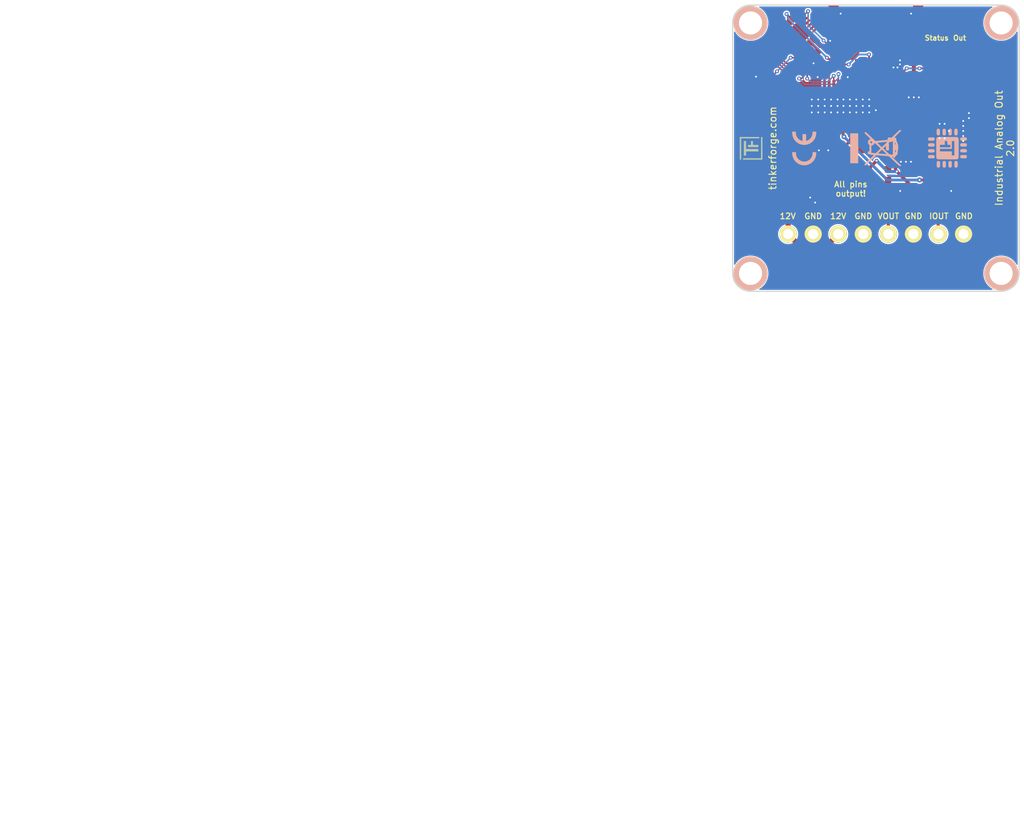
<source format=kicad_pcb>
(kicad_pcb (version 20211014) (generator pcbnew)
  (title_block (title "Industrial Analog Out") (date "2023-01-25") (rev "2.0") (company "Tinkerforge GmbH") (comment 1 "Copyright (©) 2023, T.Schneidermann <tim@tinkerforge.com>"))
  (layers (0 "F.Cu" signal) (31 "B.Cu" signal) (34 "B.Paste" user) (35 "F.Paste" user) (36 "B.SilkS" user "B.Silkscreen") (37 "F.SilkS" user "F.Silkscreen") (38 "B.Mask" user) (39 "F.Mask" user) (44 "Edge.Cuts" user))
  (net 0 "")
  (net 1 "3V3")
  (net 2 "GND")
  (net 3 "+5V")
  (net 4 "Net-(P1-Pad4)")
  (net 5 "Net-(P1-Pad5)")
  (net 6 "Net-(P1-Pad6)")
  (net 7 "+12V")
  (net 8 "Net-(D2-Pad3)")
  (net 9 "Net-(D3-Pad3)")
  (net 10 "Net-(D4-Pad1)")
  (net 11 "Net-(R4-Pad2)")
  (net 12 "Net-(R5-Pad1)")
  (net 13 "Net-(R6-Pad2)")
  (net 14 "Net-(R8-Pad2)")
  (net 15 "Net-(D1-Pad1)")
  (net 16 "Net-(R1-Pad2)")
  (net 17 "Net-(C2-Pad2)")
  (net 18 "Net-(C4-Pad1)")
  (net 19 "Net-(C4-Pad2)")
  (net 20 "Net-(C8-Pad1)")
  (net 21 "Net-(C11-Pad1)")
  (net 22 "Net-(C11-Pad2)")
  (net 23 "Net-(L4-Pad2)")
  (net 24 "Net-(U3-Pad18)")
  (net 25 "Net-(U3-Pad20)")
  (net 26 "Net-(C12-Pad1)")
  (net 27 "Net-(D5-Pad2)")
  (net 28 "Net-(P3-Pad1)")
  (net 29 "Net-(P4-Pad2)")
  (net 30 "S-MISO")
  (net 31 "S-MOSI")
  (net 32 "S-CLK")
  (net 33 "S-CS")
  (net 34 "M-CS")
  (net 35 "M-CLK")
  (net 36 "M-MISO")
  (net 37 "M-MOSI")
  (net 38 "P0.2")
  (net 39 "Net-(RP2-Pad6)")
  (net 40 "Net-(RP2-Pad7)")
  (net 41 "Net-(RP2-Pad8)")
  (net 42 "Net-(U2-Pad3)")
  (net 43 "Net-(U2-Pad4)")
  (net 44 "Net-(U2-Pad5)")
  (net 45 "Net-(U2-Pad6)")
  (net 46 "Net-(U2-Pad8)")
  (net 47 "Net-(U2-Pad16)")
  (net 48 "Net-(U2-Pad17)")
  (net 49 "Net-(U2-Pad19)")
  (net 50 "Net-(U2-Pad21)")
  (net 51 "Net-(U2-Pad2)")
  (net 52 "Net-(D6-Pad2)")
  (net 53 "Net-(RP3-Pad2)")
  (net 54 "Net-(RP3-Pad3)")
  (net 55 "Net-(RP3-Pad5)")
  (net 56 "Net-(RP3-Pad6)")
  (net 57 "Net-(RP3-Pad7)")
  (net 58 "Net-(RP3-Pad8)")
  (footprint "tinkerforge:Fiducial_Mark" (layer "F.Cu") (at 117.1 112.5)
    (fp_text reference "Fiducial_Mark" hide)
    (fp_text value "VAL**" hide)
  )
  (footprint "tinkerforge:Fiducial_Mark" (layer "F.Cu") (at 154.1 87.5)
    (fp_text reference "Fiducial_Mark" hide)
    (fp_text value "VAL**" hide)
  )
  (footprint "tinkerforge:Fiducial_Mark" (layer "F.Cu") (at 117.1 87.5)
    (fp_text reference "Fiducial_Mark" hide)
    (fp_text value "VAL**" hide)
  )
  (footprint "logo:Logo_31x31" (layer "F.Cu") (at 116.6 101.6 90)
    (fp_text reference "G***" hide)
    (fp_text value "Logo_31x31" hide)
  )
  (footprint "kicad-libraries:SOD-123" (layer "F.Cu") (at 144.3 95 180)
    (fp_text reference "D1")
    (fp_text value "B0520LW")
  )
  (footprint "kicad-libraries:SOT23-3" (layer "F.Cu") (at 137.3 107)
    (fp_text reference "D2")
    (fp_text value "DESD1P0RFW")
  )
  (footprint "kicad-libraries:SOT23-3" (layer "F.Cu") (at 144.3 107)
    (fp_text reference "D3")
    (fp_text value "DESD1P0RFW")
  )
  (footprint "kicad-libraries:SOD-323" (layer "F.Cu") (at 125.1 107.6)
    (fp_text reference "D4")
    (fp_text value "CDSOD323-T15SC")
  )
  (footprint "kicad-libraries:OQ_8P" (layer "F.Cu") (at 135.6 112)
    (fp_text reference "P2")
    (fp_text value "CONN_8")
  )
  (footprint "kicad-libraries:TSSOP24-44-PWR" (layer "F.Cu") (at 130.7 94.1 180)
    (fp_text reference "U3")
    (fp_text value "DACX760")
  )
  (footprint "kicad-libraries:DRILL_NP" (layer "F.Cu") (at 118.1 117.5)
    (fp_text reference "U4" hide)
    (fp_text value "DRILL" hide)
  )
  (footprint "kicad-libraries:DRILL_NP" (layer "F.Cu") (at 153.1 117.5)
    (fp_text reference "U5" hide)
    (fp_text value "DRILL" hide)
  )
  (footprint "kicad-libraries:DRILL_NP" (layer "F.Cu") (at 153.1 82.5)
    (fp_text reference "U6" hide)
    (fp_text value "DRILL" hide)
  )
  (footprint "kicad-libraries:DRILL_NP" (layer "F.Cu") (at 118.1 82.5)
    (fp_text reference "U7" hide)
    (fp_text value "DRILL" hide)
  )
  (footprint "kicad-libraries:SOT23-5" (layer "F.Cu") (at 147.8 97.6 -90)
    (fp_text reference "U1")
    (fp_text value "LMR62014X")
  )
  (footprint "kicad-libraries:NR3030" (layer "F.Cu") (at 147.8 92.5)
    (fp_text reference "L2")
    (fp_text value "10µH")
  )
  (footprint "kicad-libraries:C0805" (layer "F.Cu") (at 140.9 91.1 90)
    (fp_text reference "C1")
    (fp_text value "4.7µF")
  )
  (footprint "kicad-libraries:C0805" (layer "F.Cu") (at 148.8 95.1)
    (fp_text reference "C2")
    (fp_text value "4.7µF")
  )
  (footprint "kicad-libraries:C0805" (layer "F.Cu") (at 143.9 97.6 180)
    (fp_text reference "C5")
    (fp_text value "4.7µF")
  )
  (footprint "kicad-libraries:C0805" (layer "F.Cu") (at 139.8 100.1 90)
    (fp_text reference "C7")
    (fp_text value "4.7µF")
  )
  (footprint "kicad-libraries:C1206" (layer "F.Cu") (at 125.3 105 180)
    (fp_text reference "F1")
    (fp_text value "OZCJ0035FF2G")
  )
  (footprint "kicad-libraries:C0805" (layer "F.Cu") (at 137.5 86.5)
    (fp_text reference "C3")
    (fp_text value "10uF")
  )
  (footprint "kicad-libraries:C0603F" (layer "F.Cu") (at 137.5 88)
    (fp_text reference "C13")
    (fp_text value "1uF")
  )
  (footprint "kicad-libraries:C0603F" (layer "F.Cu") (at 126.9 87.1 -135)
    (fp_text reference "C14")
    (fp_text value "100nF")
  )
  (footprint "kicad-libraries:D0603F" (layer "F.Cu") (at 144.1 82.5 -90)
    (fp_text reference "D5")
    (fp_text value "blue")
  )
  (footprint "kicad-libraries:CON-SENSOR2" (layer "F.Cu") (at 135.6 80 180)
    (fp_text reference "P1")
    (fp_text value "CON-SENSOR2")
  )
  (footprint "kicad-libraries:DEBUG_PAD" (layer "F.Cu") (at 127.9 81.2)
    (fp_text reference "P3")
    (fp_text value "DEBUG")
  )
  (footprint "kicad-libraries:SolderJumper" (layer "F.Cu") (at 120 90)
    (fp_text reference "P4")
    (fp_text value "BOOT")
  )
  (footprint "kicad-libraries:4X0402" (layer "F.Cu") (at 130.4 86.8 90)
    (fp_text reference "RP1")
    (fp_text value "82")
  )
  (footprint "kicad-libraries:4X0402" (layer "F.Cu") (at 124.2 88.9 90)
    (fp_text reference "RP2")
    (fp_text value "82")
  )
  (footprint "kicad-libraries:QFN24-4x4mm-0.5mm" (layer "F.Cu") (at 124.8 84 45)
    (fp_text reference "U2")
    (fp_text value "XMC1100")
  )
  (footprint "kicad-libraries:C0603F" (layer "F.Cu") (at 144.5 99.9)
    (fp_text reference "C4")
    (fp_text value "270pF")
  )
  (footprint "kicad-libraries:C0603F" (layer "F.Cu") (at 133.9 89.3)
    (fp_text reference "C6")
    (fp_text value "100nF")
  )
  (footprint "kicad-libraries:C0603F" (layer "F.Cu") (at 128.3 99.5 -90)
    (fp_text reference "C8")
    (fp_text value "100nF")
  )
  (footprint "kicad-libraries:C0603F" (layer "F.Cu") (at 136.9 96.3 -90)
    (fp_text reference "C9")
    (fp_text value "100nF")
  )
  (footprint "kicad-libraries:C0603F" (layer "F.Cu") (at 135.6 96.3 -90)
    (fp_text reference "C10")
    (fp_text value "100pF")
  )
  (footprint "kicad-libraries:C0603F" (layer "F.Cu") (at 130 99.5 90)
    (fp_text reference "C11")
    (fp_text value "1nF")
  )
  (footprint "kicad-libraries:R0603F" (layer "F.Cu") (at 150.4 97.6 -90)
    (fp_text reference "R1")
    (fp_text value "1M")
  )
  (footprint "kicad-libraries:R0603F" (layer "F.Cu") (at 147.4 99.9)
    (fp_text reference "R2")
    (fp_text value "13.3k")
  )
  (footprint "kicad-libraries:R0603F" (layer "F.Cu") (at 144.5 101.2)
    (fp_text reference "R3")
    (fp_text value "118k")
  )
  (footprint "kicad-libraries:R0603F" (layer "F.Cu") (at 133.9 88 180)
    (fp_text reference "R4")
    (fp_text value "10k")
  )
  (footprint "kicad-libraries:R0603F" (layer "F.Cu") (at 127 99.5 -90)
    (fp_text reference "R5")
    (fp_text value "DNP")
  )
  (footprint "kicad-libraries:R0603F" (layer "F.Cu") (at 133.6 99.5 90)
    (fp_text reference "R6")
    (fp_text value "15")
  )
  (footprint "kicad-libraries:R0603F" (layer "F.Cu") (at 132.3 99.5 90)
    (fp_text reference "R7")
    (fp_text value "15")
  )
  (footprint "kicad-libraries:R0603F" (layer "F.Cu") (at 143.4 104.4 180)
    (fp_text reference "R8")
    (fp_text value "10")
  )
  (footprint "kicad-libraries:D0603F" (layer "F.Cu") (at 147.3 82.5 -90)
    (fp_text reference "D6")
    (fp_text value "blue")
  )
  (footprint "kicad-libraries:4X0603" (layer "F.Cu") (at 144.4 87.1 -90)
    (fp_text reference "RP3")
    (fp_text value "1k")
  )
  (footprint "kicad-libraries:C0402F" (layer "F.Cu") (at 130.3 85 180)
    (fp_text reference "C12")
    (fp_text value "220pF")
  )
  (footprint "kicad-libraries:R0603F" (layer "F.Cu") (at 143.2 90.1 180)
    (fp_text reference "L1")
    (fp_text value "FB")
  )
  (footprint "kicad-libraries:R0603F" (layer "F.Cu") (at 140.6 97.6)
    (fp_text reference "L3")
    (fp_text value "FB")
  )
  (footprint "kicad-libraries:R0603F" (layer "F.Cu") (at 137.3 103.7 90)
    (fp_text reference "L4")
    (fp_text value "FB")
  )
  (footprint "kicad-libraries:WEEE_7mm" (layer "B.Cu") (at 135.6 100 90)
    (fp_text reference "VAL" hide)
    (fp_text value "WEEE_7mm_back" hide)
  )
  (footprint "kicad-libraries:CE_5mm" (layer "B.Cu") (at 125.6 100 90)
    (fp_text reference "VAL" hide)
    (fp_text value "CE_5mm" hide)
  )
  (footprint "kicad-libraries:Logo_CoMCU" (layer "B.Cu") (at 145.6 100 90)
    (fp_text reference "G***" hide)
    (fp_text value "LOGO" hide)
  )
  (gr_arc (start 115.6 82.5) (mid 116.332233 80.732233) (end 118.1 80) (layer "Edge.Cuts") (width 0.15))
  (gr_line (start 155.6 117.5) (end 155.6 82.5) (layer "Edge.Cuts") (width 0.15))
  (gr_arc (start 118.1 120) (mid 116.332233 119.267767) (end 115.6 117.5) (layer "Edge.Cuts") (width 0.15))
  (gr_line (start 118.1 120) (end 153.1 120) (layer "Edge.Cuts") (width 0.15))
  (gr_arc (start 155.6 117.5) (mid 154.867767 119.267767) (end 153.1 120) (layer "Edge.Cuts") (width 0.15))
  (gr_line (start 115.6 82.5) (end 115.6 117.5) (layer "Edge.Cuts") (width 0.15))
  (gr_line (start 153.1 80) (end 118.1 80) (layer "Edge.Cuts") (width 0.15))
  (gr_arc (start 153.1 80) (mid 154.867767 80.732233) (end 155.6 82.5) (layer "Edge.Cuts") (width 0.15))
  (gr_text "GND" (at 133.85 109.5) (layer "F.SilkS") (effects (font (size 0.8 0.8))))
  (gr_text "VOUT" (at 137.35 109.5) (layer "F.SilkS") (effects (font (size 0.8 0.8))))
  (gr_text "tinkerforge.com" (at 121.2 100 90) (layer "F.SilkS") (effects (font (size 1 1))))
  (gr_text "GND" (at 126.85 109.5) (layer "F.SilkS") (effects (font (size 0.8 0.8))))
  (gr_text "All pins\noutput!" (at 132.1 105.7) (layer "F.SilkS") (effects (font (size 0.8 0.8))))
  (gr_text "IOUT" (at 144.4 109.5) (layer "F.SilkS") (effects (font (size 0.8 0.8))))
  (gr_text "12V" (at 130.35 109.5) (layer "F.SilkS") (effects (font (size 0.8 0.8))))
  (gr_text "GND" (at 147.9 109.5) (layer "F.SilkS") (effects (font (size 0.8 0.8))))
  (gr_text "Status" (at 144.1 84.6) (layer "F.SilkS") (effects (font (size 0.7 0.7))))
  (gr_text "12V" (at 123.3 109.5) (layer "F.SilkS") (effects (font (size 0.8 0.8))))
  (gr_text "GND" (at 140.85 109.5) (layer "F.SilkS") (effects (font (size 0.8 0.8))))
  (gr_text "Industrial Analog Out\n2.0" (at 153.6 100 90) (layer "F.SilkS") (effects (font (size 1 1))))
  (gr_text "Out" (at 147.3 84.6) (layer "F.SilkS") (effects (font (size 0.7 0.7))))
  (segment (start 133.62354 89.82364) (end 133.0999 89.3) (width 0.4) (layer "F.Cu") (net 1))
  (segment (start 133.35 89.3) (end 133.0999 89.3) (width 0.4) (layer "F.Cu") (net 1))
  (segment (start 136.85 85.61) (end 136.48924 85.97076) (width 0.5) (layer "F.Cu") (net 1))
  (segment (start 136.48924 85.97076) (end 136.48924 86.5) (width 0.5) (layer "F.Cu") (net 1))
  (segment (start 136.48924 87.15924) (end 136.74 87.41) (width 0.5) (layer "F.Cu") (net 1))
  (segment (start 136.74 87.41) (end 136.74 87.99) (width 0.5) (layer "F.Cu") (net 1))
  (segment (start 134.64 86.91) (end 134.65 86.92) (width 0.3) (layer "F.Cu") (net 1))
  (segment (start 139.91 88.85) (end 139.36 89.4) (width 0.25) (layer "F.Cu") (net 1))
  (segment (start 139.36 89.4) (end 137.21 89.4) (width 0.25) (layer "F.Cu") (net 1))
  (segment (start 137.21 89.4) (end 136.74 88.93) (width 0.25) (layer "F.Cu") (net 1))
  (segment (start 136.74 87.99) (end 136.74 88.93) (width 0.25) (layer "F.Cu") (net 1))
  (segment (start 147.25 88.85) (end 148.6 87.5) (width 0.254) (layer "F.Cu") (net 1))
  (segment (start 148.6 87.5) (end 148.6 82.7) (width 0.254) (layer "F.Cu") (net 1))
  (segment (start 148.6 82.7) (end 147.65 81.75) (width 0.254) (layer "F.Cu") (net 1))
  (segment (start 147.65 81.75) (end 147.3 81.75) (width 0.254) (layer "F.Cu") (net 1))
  (segment (start 127.43033 86.276777) (end 126.408668 85.255115) (width 0.2) (layer "F.Cu") (net 1))
  (segment (start 136.73 88) (end 136.74 87.99) (width 0.55) (layer "F.Cu") (net 1))
  (segment (start 128.922182 88.3) (end 131.8 88.3) (width 0.25) (layer "F.Cu") (net 1))
  (segment (start 127.43033 86.56967) (end 127.43033 86.808148) (width 0.25) (layer "F.Cu") (net 1))
  (segment (start 134.65 88) (end 136.73 88) (width 0.55) (layer "F.Cu") (net 1))
  (segment (start 136.85 84.6) (end 136.85 85.61) (width 0.5) (layer "F.Cu") (net 1))
  (segment (start 133.35 89.3) (end 133.9 88.75) (width 0.3) (layer "F.Cu") (net 1))
  (segment (start 133.62354 91.17646) (end 133.62354 89.82364) (width 0.4) (layer "F.Cu") (net 1))
  (segment (start 133.9 88.55) (end 134.45 88) (width 0.3) (layer "F.Cu") (net 1))
  (segment (start 141.7 88.85) (end 147.25 88.85) (width 0.254) (layer "F.Cu") (net 1))
  (segment (start 134.45 88) (end 134.65 88) (width 0.3) (layer "F.Cu") (net 1))
  (segment (start 133.9 88.75) (end 133.9 88.55) (width 0.3) (layer "F.Cu") (net 1))
  (segment (start 134.65 86.92) (end 134.65 88) (width 0.25) (layer "F.Cu") (net 1))
  (segment (start 136.48924 86.5) (end 136.48924 87.15924) (width 0.5) (layer "F.Cu") (net 1))
  (segment (start 144.1 81.75) (end 147.3 81.75) (width 0.254) (layer "F.Cu") (net 1))
  (segment (start 133.15 89.3) (end 133.35 89.3) (width 0.3) (layer "F.Cu") (net 1))
  (segment (start 127.43033 86.56967) (end 127.43033 86.276777) (width 0.2) (layer "F.Cu") (net 1))
  (segment (start 127.43033 86.808148) (end 128.922182 88.3) (width 0.25) (layer "F.Cu") (net 1))
  (via (at 141.7 88.85) (size 0.55) (drill 0.25) (layers "F.Cu" "B.Cu") (net 1))
  (via (at 139.91 88.85) (size 0.55) (drill 0.25) (layers "F.Cu" "B.Cu") (net 1))
  (via (at 134.64 86.91) (size 0.55) (drill 0.25) (layers "F.Cu" "B.Cu") (net 1))
  (via (at 131.8 88.3) (size 0.55) (drill 0.25) (layers "F.Cu" "B.Cu") (net 1))
  (segment (start 131.8 88.3) (end 133.19 86.91) (width 0.25) (layer "B.Cu") (net 1))
  (segment (start 133.19 86.91) (end 134.64 86.91) (width 0.25) (layer "B.Cu") (net 1))
  (segment (start 141.7 88.85) (end 139.91 88.85) (width 0.25) (layer "B.Cu") (net 1))
  (segment (start 133.62354 96.07646) (end 134.2001 95.4999) (width 0.4) (layer "F.Cu") (net 2))
  (segment (start 134.2001 95.4999) (end 135.6 95.4999) (width 0.4) (layer "F.Cu") (net 2))
  (segment (start 134.27378 89.72632) (end 134.7001 89.3) (width 0.4) (layer "F.Cu") (net 2))
  (segment (start 131.67282 90.07718) (end 131.675 90.075) (width 0.4) (layer "F.Cu") (net 2))
  (segment (start 132.32306 90.72306) (end 131.675 90.075) (width 0.4) (layer "F.Cu") (net 2))
  (segment (start 131.02258 90.72742) (end 131.675 90.075) (width 0.4) (layer "F.Cu") (net 2))
  (segment (start 128.9499 100.3001) (end 128.95 100.3) (width 0.4) (layer "F.Cu") (net 2))
  (segment (start 129.07694 100.17306) (end 128.95 100.3) (width 0.3) (layer "F.Cu") (net 2))
  (segment (start 127.6499 100.3001) (end 127.65 100.3) (width 0.4) (layer "F.Cu") (net 2))
  (segment (start 127.6501 100.3001) (end 127.65 100.3) (width 0.4) (layer "F.Cu") (net 2))
  (segment (start 140.85018 109.80018) (end 138.189 107.139) (width 0.7) (layer "F.Cu") (net 2))
  (segment (start 138.189 107.139) (end 138.189 105.984) (width 0.7) (layer "F.Cu") (net 2))
  (segment (start 138.991 105.984) (end 139 105.975) (width 0.7) (layer "F.Cu") (net 2))
  (segment (start 147.85042 110.60042) (end 145.725 108.475) (width 0.7) (layer "F.Cu") (net 2))
  (segment (start 145.725 108.475) (end 145.725 106.52) (width 0.7) (layer "F.Cu") (net 2))
  (segment (start 145.725 106.52) (end 145.189 105.984) (width 0.7) (layer "F.Cu") (net 2))
  (segment (start 146.116 105.984) (end 146.125 105.975) (width 0.7) (layer "F.Cu") (net 2))
  (segment (start 133.84994 111.62494) (end 131.55 109.325) (width 0.7) (layer "F.Cu") (net 2))
  (segment (start 131.55 109.325) (end 127.225 109.325) (width 0.7) (layer "F.Cu") (net 2))
  (segment (start 127.225 109.325) (end 126.4208 108.5208) (width 0.7) (layer "F.Cu") (net 2))
  (segment (start 126.4208 108.5208) (end 126.4208 107.6) (width 0.7) (layer "F.Cu") (net 2))
  (segment (start 126.8497 108.9497) (end 126.4208 108.5208) (width 0.7) (layer "F.Cu") (net 2))
  (segment (start 126.4208 106.9042) (end 126.425 106.9) (width 0.7) (layer "F.Cu") (net 2))
  (segment (start 131.02258 93.77742) (end 130.7 94.1) (width 0.4) (layer "F.Cu") (net 2))
  (segment (start 131.67282 93.12718) (end 130.7 94.1) (width 0.4) (layer "F.Cu") (net 2))
  (segment (start 127.77646 92.85146) (end 129.025 94.1) (width 0.4) (layer "F.Cu") (net 2))
  (segment (start 129.025 94.1) (end 130.7 94.1) (width 0.4) (layer "F.Cu") (net 2))
  (segment (start 127.12622 92.52622) (end 128.7 94.1) (width 0.4) (layer "F.Cu") (net 2))
  (segment (start 128.7 94.1) (end 130.7 94.1) (width 0.4) (layer "F.Cu") (net 2))
  (segment (start 133.62354 95.72354) (end 132 94.1) (width 0.4) (layer "F.Cu") (net 2))
  (segment (start 132 94.1) (end 130.7 94.1) (width 0.4) (layer "F.Cu") (net 2))
  (segment (start 132.32306 92.47694) (end 130.7 94.1) (width 0.4) (layer "F.Cu") (net 2))
  (segment (start 130.25 94.1) (end 129.35 95) (width 0.7) (layer "F.Cu") (net 2))
  (segment (start 130.7 94.55) (end 130.25 95) (width 0.7) (layer "F.Cu") (net 2))
  (segment (start 130.7 94.625) (end 131.075 95) (width 0.7) (layer "F.Cu") (net 2))
  (segment (start 131.075 94.1) (end 131.975 95) (width 0.7) (layer "F.Cu") (net 2))
  (segment (start 131.075 94.1) (end 131.975 93.2) (width 0.7) (layer "F.Cu") (net 2))
  (segment (start 130.7 93.575) (end 131.075 93.2) (width 0.7) (layer "F.Cu") (net 2))
  (segment (start 130.7 93.65) (end 130.25 93.2) (width 0.7) (layer "F.Cu") (net 2))
  (segment (start 130.25 94.1) (end 129.35 93.2) (width 0.7) (layer "F.Cu") (net 2))
  (segment (start 129.35 94.1) (end 128.45 93.2) (width 0.7) (layer "F.Cu") (net 2))
  (segment (start 147.79924 96.19924) (end 147.8 96.2) (width 0.7) (layer "F.Cu") (net 2))
  (segment (start 147.9 95.1) (end 148.6 95.8) (width 0.7) (layer "F.Cu") (net 2))
  (segment (start 144.90076 97.00076) (end 144.5 96.6) (width 0.7) (layer "F.Cu") (net 2))
  (segment (start 144.90076 96.89924) (end 145.2 96.6) (width 0.7) (layer "F.Cu") (net 2))
  (segment (start 144.90076 98.19924) (end 144.5 98.6) (width 0.7) (layer "F.Cu") (net 2))
  (segment (start 144.90076 98.30076) (end 145.2 98.6) (width 0.7) (layer "F.Cu") (net 2))
  (segment (start 148.2001 99.4001) (end 147.8 99) (width 0.7) (layer "F.Cu") (net 2))
  (segment (start 140.5 101.80076) (end 140.5 101.9) (width 0.7) (layer "F.Cu") (net 2))
  (segment (start 139.1 101.80076) (end 139.1 101.9) (width 0.7) (layer "F.Cu") (net 2))
  (segment (start 140.9 92.2) (end 141.6 92.9) (width 0.7) (layer "F.Cu") (net 2))
  (segment (start 140.9 92.2) (end 140.2 92.9) (width 0.7) (layer "F.Cu") (net 2))
  (segment (start 126.36967 86.53033) (end 126.5 86.4) (width 0.2) (layer "F.Cu") (net 2))
  (segment (start 126.5 86.4) (end 126.5 86.053553) (width 0.2) (layer "F.Cu") (net 2))
  (segment (start 126.5 86.053553) (end 126.055115 85.608668) (width 0.2) (layer "F.Cu") (net 2))
  (segment (start 138.1 85.57) (end 138.49076 85.96076) (width 0.5) (layer "F.Cu") (net 2))
  (segment (start 138.49076 85.96076) (end 138.49076 86.5) (width 0.5) (layer "F.Cu") (net 2))
  (segment (start 138.49076 87.15924) (end 138.24 87.41) (width 0.5) (layer "F.Cu") (net 2))
  (segment (start 138.24 87.41) (end 138.24 87.99) (width 0.5) (layer "F.Cu") (net 2))
  (segment (start 138.71 87.99) (end 138.97 87.73) (width 0.5) (layer "F.Cu") (net 2))
  (segment (start 138.67 87.99) (end 138.97 88.29) (width 0.5) (layer "F.Cu") (net 2))
  (segment (start 138.62 88.72) (end 138.24 88.34) (width 0.5) (layer "F.Cu") (net 2))
  (segment (start 138.24 88.54) (end 138.06 88.72) (width 0.5) (layer "F.Cu") (net 2))
  (segment (start 138.97 88.37) (end 138.62 88.72) (width 0.55) (layer "F.Cu") (net 2))
  (segment (start 126.048668 85.608668) (end 125.359239 84.919239) (width 0.2) (layer "F.Cu") (net 2))
  (segment (start 125.359239 84.919239) (end 124.8 84.919239) (width 0.2) (layer "F.Cu") (net 2))
  (segment (start 125.719239 84) (end 124.8 84.919239) (width 0.2) (layer "F.Cu") (net 2))
  (segment (start 127.12622 90.41378) (end 127.47 90.07) (width 0.3) (layer "F.Cu") (net 2))
  (segment (start 127.77646 90.37646) (end 127.47 90.07) (width 0.3) (layer "F.Cu") (net 2))
  (segment (start 126.39033 87.63033) (end 126.9 88.14) (width 0.55) (layer "F.Cu") (net 2))
  (segment (start 119.63 90.56) (end 119.49 90.42) (width 0.2) (layer "F.Cu") (net 2))
  (segment (start 119.49 90.42) (end 119.49 90.01) (width 0.2) (layer "F.Cu") (net 2))
  (segment (start 119.49 89.64) (end 119.65 89.48) (width 0.2) (layer "F.Cu") (net 2))
  (segment (start 119.65 89.48) (end 119.81 89.48) (width 0.2) (layer "F.Cu") (net 2))
  (segment (start 119.81 89.48) (end 119.765 89.46) (width 0.2) (layer "F.Cu") (net 2))
  (segment (start 127.6 100.25) (end 127.65 100.3) (width 0.55) (layer "F.Cu") (net 2))
  (segment (start 127.7 100.25) (end 127.65 100.3) (width 0.55) (layer "F.Cu") (net 2))
  (segment (start 130.7 94.1) (end 130.25 94.1) (width 0.7) (layer "F.Cu") (net 2))
  (segment (start 144.90076 97.6) (end 144.90076 97.00076) (width 0.7) (layer "F.Cu") (net 2))
  (segment (start 147.8 99) (end 147.8 98.3) (width 0.7) (layer "F.Cu") (net 2))
  (segment (start 147.85042 112.025) (end 147.85042 110.60042) (width 0.7) (layer "F.Cu") (net 2))
  (segment (start 138.24 87.99) (end 138.24 88.34) (width 0.5) (layer "F.Cu") (net 2))
  (segment (start 133.775 93.2) (end 132.875 93.2) (width 0.7) (layer "F.Cu") (net 2))
  (segment (start 127.55 94.1) (end 128.45 94.1) (width 0.7) (layer "F.Cu") (net 2))
  (segment (start 132.32306 91.17646) (end 132.32306 92.47694) (width 0.4) (layer "F.Cu") (net 2))
  (segment (start 130.7 94.1) (end 130.7 94.625) (width 0.7) (layer "F.Cu") (net 2))
  (segment (start 147.79924 95.1) (end 148.6 95.1) (width 0.7) (layer "F.Cu") (net 2))
  (segment (start 119.765 90.56) (end 119.63 90.56) (width 0.2) (layer "F.Cu") (net 2))
  (segment (start 130.7 94.1) (end 130.7 93.575) (width 0.7) (layer "F.Cu") (net 2))
  (segment (start 127.55 95) (end 127.55 94.1) (width 0.7) (layer "F.Cu") (net 2))
  (segment (start 133.775 95) (end 132.875 95) (width 0.7) (layer "F.Cu") (net 2))
  (segment (start 119.49 90.01) (end 118.86 90.01) (width 0.2) (layer "F.Cu") (net 2))
  (segment (start 131.02258 91.17646) (end 131.02258 90.72742) (width 0.4) (layer "F.Cu") (net 2))
  (segment (start 147.79924 95.1) (end 147.79924 95.10076) (width 0.7) (layer "F.Cu") (net 2))
  (segment (start 127.55 94.1) (end 126.65 94.1) (width 0.7) (layer "F.Cu") (net 2))
  (segment (start 148.2001 99.9) (end 148.2001 99.4001) (width 0.7) (layer "F.Cu") (net 2))
  (segment (start 147.8 98.3) (end 147.8 97.6) (width 0.7) (layer "F.Cu") (net 2))
  (segment (start 119.49 90.01) (end 119.49 89.64) (width 0.2) (layer "F.Cu") (net 2))
  (segment (start 140.85018 112.025) (end 140.85018 109.80018) (width 0.7) (layer "F.Cu") (net 2))
  (segment (start 147.79924 95.1) (end 147.9 95.1) (width 0.7) (layer "F.Cu") (net 2))
  (segment (start 126.36967 87.63033) (end 126.39033 87.63033) (width 0.55) (layer "F.Cu") (net 2))
  (segment (start 130.7 94.1) (end 130.7 93.65) (width 0.7) (layer "F.Cu") (net 2))
  (segment (start 138.97 88.29) (end 138.97 87.73) (width 0.55) (layer "F.Cu") (net 2))
  (segment (start 127.55 94.1) (end 130.7 94.1) (width 0.7) (layer "F.Cu") (net 2))
  (segment (start 128.3 100.25) (end 127.7 100.25) (width 0.55) (layer "F.Cu") (net 2))
  (segment (start 129.07694 97.02354) (end 129.07694 100.17306) (width 0.3) (layer "F.Cu") (net 2))
  (segment (start 138.49076 86.5) (end 138.49076 87.15924) (width 0.5) (layer "F.Cu") (net 2))
  (segment (start 139.8 101.10076) (end 139.8 101.9) (width 0.7) (layer "F.Cu") (net 2))
  (segment (start 147.79924 95.1) (end 147.79924 96.19924) (width 0.7) (layer "F.Cu") (net 2))
  (segment (start 126.055115 85.608668) (end 126.048668 85.608668) (width 0.2) (layer "F.Cu") (net 2))
  (segment (start 128.9499 100.3001) (end 128.3 100.3001) (width 0.4) (layer "F.Cu") (net 2))
  (segment (start 134.675 95) (end 133.775 95) (width 0.7) (layer "F.Cu") (net 2))
  (segment (start 126.4208 107.6) (end 127.125 107.6) (width 0.7) (layer "F.Cu") (net 2))
  (segment (start 133.62354 97.02354) (end 133.62354 96.07646) (width 0.4) (layer "F.Cu") (net 2))
  (segment (start 135.6 95.4999) (end 136.9 95.4999) (width 0.4) (layer "F.Cu") (net 2))
  (segment (start 128.3 100.3001) (end 127.6501 100.3001) (width 0.4) (layer "F.Cu") (net 2))
  (segment (start 127.12622 91.17646) (end 127.12622 92.52622) (width 0.4) (layer "F.Cu") (net 2))
  (segment (start 147.8 96.9) (end 147.8 96.2) (width 0.7) (layer "F.Cu") (net 2))
  (segment (start 130.7 94.1) (end 131.975 94.1) (width 0.7) (layer "F.Cu") (net 2))
  (segment (start 129.8 85) (end 129.22 85) (width 0.55) (layer "F.Cu") (net 2))
  (segment (start 127.77646 91.17646) (end 127.77646 92.85146) (width 0.4) (layer "F.Cu") (net 2))
  (segment (start 138.06 88.17) (end 138.06 88.72) (width 0.55) (layer "F.Cu") (net 2))
  (segment (start 140.9 92.10076) (end 140.9 92.2) (width 0.7) (layer "F.Cu") (net 2))
  (segment (start 133.775 94.1) (end 134.675 94.1) (width 0.7) (layer "F.Cu") (net 2))
  (segment (start 139.8 101.10076) (end 140.5 101.80076) (width 0.7) (layer "F.Cu") (net 2))
  (segment (start 126.4208 107.6) (end 126.4208 106.9042) (width 0.7) (layer "F.Cu") (net 2))
  (segment (start 131.67282 91.17646) (end 131.67282 90.07718) (width 0.3) (layer "F.Cu") (net 2))
  (segment (start 138.06 88.72) (end 138.62 88.72) (width 0.55) (layer "F.Cu") (net 2))
  (segment (start 123.880761 84) (end 124.8 83.080761) (width 0.2) (layer "F.Cu") (net 2))
  (segment (start 138.1 84.6) (end 138.1 85.57) (width 0.5) (layer "F.Cu") (net 2))
  (segment (start 127.55 95) (end 128.45 95) (width 0.7) (layer "F.Cu") (net 2))
  (segment (start 131.67282 91.17646) (end 131.67282 93.12718) (width 0.4) (layer "F.Cu") (net 2))
  (segment (start 144.90076 97.6) (end 144.90076 96.89924) (width 0.7) (layer "F.Cu") (net 2))
  (segment (start 144.90076 97.6) (end 144.90076 98.30076) (width 0.7) (layer "F.Cu") (net 2))
  (segment (start 134.27378 91.17646) (end 134.27378 89.72632) (width 0.4) (layer "F.Cu") (net 2))
  (segment (start 147.8 97.6) (end 147.8 96.9) (width 0.7) (layer "F.Cu") (net 2))
  (segment (start 138.24 87.99) (end 138.67 87.99) (width 0.5) (layer "F.Cu") (net 2))
  (segment (start 127.12622 90.41378) (end 127.12622 91.17646) (width 0.3) (layer "F.Cu") (net 2))
  (segment (start 130.7 94.1) (end 129.35 94.1) (width 0.7) (layer "F.Cu") (net 2))
  (segment (start 141.5 81.2) (end 140.52 81.2) (width 0.55) (layer "F.Cu") (net 2))
  (segment (start 133.62354 97.02354) (end 133.62354 95.72354) (width 0.4) (layer "F.Cu") (net 2))
  (segment (start 124.8 83.080761) (end 125.719239 84) (width 0.2) (layer "F.Cu") (net 2))
  (segment (start 126.65 95) (end 127.55 95) (width 0.7) (layer "F.Cu") (net 2))
  (segment (start 133.775 93.2) (end 133.775 94.1) (width 0.7) (layer "F.Cu") (net 2))
  (segment (start 127.77646 91.17646) (end 127.77646 90.37646) (width 0.3) (layer "F.Cu") (net 2))
  (segment (start 126.36967 87.63033) (end 126.36967 86.53033) (width 0.2) (layer "F.Cu") (net 2))
  (segment (start 146.60112 97.6) (end 147.8 97.6) (width 0.7) (layer "F.Cu") (net 2))
  (segment (start 133.775 94.1) (end 132.875 94.1) (width 0.7) (layer "F.Cu") (net 2))
  (segment (start 127.55 93.2) (end 127.55 94.1) (width 0.7) (layer "F.Cu") (net 2))
  (segment (start 138.24 88.54) (end 138.24 87.99) (width 0.5) (layer "F.Cu") (net 2))
  (segment (start 130.7 94.1) (end 131.075 94.1) (width 0.7) (layer "F.Cu") (net 2))
  (segment (start 132.32306 91.17646) (end 132.32306 90.72306) (width 0.4) (layer "F.Cu") (net 2))
  (segment (start 129.7 81.2) (end 130.68 81.2) (width 0.55) (layer "F.Cu") (net 2))
  (segment (start 130.7 94.1) (end 130.7 94.55) (width 0.7) (layer "F.Cu") (net 2))
  (segment (start 126.8497 112.025) (end 126.8497 108.9497) (width 0.7) (layer "F.Cu") (net 2))
  (segment (start 139.8 101.10076) (end 139.1 101.80076) (width 0.7) (layer "F.Cu") (net 2))
  (segment (start 133.84994 112.025) (end 133.84994 111.62494) (width 0.7) (layer "F.Cu") (net 2))
  (segment (start 144.90076 97.6) (end 144.90076 98.19924) (width 0.7) (layer "F.Cu") (net 2))
  (segment (start 146.116 105.984) (end 145.189 105.984) (width 0.7) (layer "F.Cu") (net 2))
  (segment (start 133.775 95) (end 133.775 94.1) (width 0.7) (layer "F.Cu") (net 2))
  (segment (start 127 100.25) (end 127.6 100.25) (width 0.55) (layer "F.Cu") (net 2))
  (segment (start 138.97 88.29) (end 138.97 88.37) (width 0.5) (layer "F.Cu") (net 2))
  (segment (start 126.65 93.2) (end 127.55 93.2) (width 0.7) (layer "F.Cu") (net 2))
  (segment (start 133.775 94.1) (end 130.7 94.1) (width 0.7) (layer "F.Cu") (net 2))
  (segment (start 124.8 84.919239) (end 123.880761 84) (width 0.2) (layer "F.Cu") (net 2))
  (segment (start 135.6 95.4999) (end 135.6 94.7) (width 0.7) (layer "F.Cu") (net 2))
  (segment (start 138.71 87.99) (end 138.24 87.99) (width 0.55) (layer "F.Cu") (net 2))
  (segment (start 127.6499 100.3001) (end 127 100.3001) (width 0.4) (layer "F.Cu") (net 2))
  (segment (start 138.189 105.984) (end 138.991 105.984) (width 0.7) (layer "F.Cu") (net 2))
  (segment (start 131.02258 91.17646) (end 131.02258 93.77742) (width 0.4) (layer "F.Cu") (net 2))
  (segment (start 140.9 92.10076) (end 140.9 92.9) (width 0.7) (layer "F.Cu") (net 2))
  (segment (start 134.675 93.2) (end 133.775 93.2) (width 0.7) (layer "F.Cu") (net 2))
  (segment (start 146.60112 97.6) (end 145.8 97.6) (width 0.7) (layer "F.Cu") (net 2))
  (via (at 138.97 87.73) (size 0.55) (drill 0.25) (layers "F.Cu" "B.Cu") (net 2))
  (via (at 128.45 94.1) (size 0.7) (drill 0.25) (layers "F.Cu" "B.Cu") (net 2))
  (via (at 132.875 95) (size 0.7) (drill 0.25) (layers "F.Cu" "B.Cu") (net 2))
  (via (at 127.55 95) (size 0.7) (drill 0.25) (layers "F.Cu" "B.Cu") (net 2))
  (via (at 138.97 88.29) (size 0.55) (drill 0.25) (layers "F.Cu" "B.Cu") (net 2))
  (via (at 126.65 93.2) (size 0.7) (drill 0.25) (layers "F.Cu" "B.Cu") (net 2))
  (via (at 130.25 94.1) (size 0.7) (drill 0.25) (layers "F.Cu" "B.Cu") (net 2))
  (via (at 129.35 93.2) (size 0.7) (drill 0.25) (layers "F.Cu" "B.Cu") (net 2))
  (via (at 134.675 93.2) (size 0.7) (drill 0.25) (layers "F.Cu" "B.Cu") (net 2))
  (via (at 127.125 107.6) (size 0.7) (drill 0.25) (layers "F.Cu" "B.Cu") (net 2))
  (via (at 127.47 90.07) (size 0.55) (drill 0.25) (layers "F.Cu" "B.Cu") (net 2))
  (via (at 131.975 94.1) (size 0.7) (drill 0.25) (layers "F.Cu" "B.Cu") (net 2))
  (via (at 139 105.975) (size 0.7) (drill 0.25) (layers "F.Cu" "B.Cu") (net 2))
  (via (at 145.2 96.6) (size 0.7) (drill 0.25) (layers "F.Cu" "B.Cu") (net 2))
  (via (at 140.2 92.9) (size 0.7) (drill 0.25) (layers "F.Cu" "B.Cu") (net 2))
  (via (at 147.8 96.2) (size 0.7) (drill 0.25) (layers "F.Cu" "B.Cu") (net 2))
  (via (at 147.8 98.3) (size 0.7) (drill 0.25) (layers "F.Cu" "B.Cu") (net 2))
  (via (at 138.06 88.72) (size 0.55) (drill 0.25) (layers "F.Cu" "B.Cu") (net 2))
  (via (at 147.8 97.6) (size 0.7) (drill 0.25) (layers "F.Cu" "B.Cu") (net 2))
  (via (at 140.9 92.9) (size 0.7) (drill 0.25) (layers "F.Cu" "B.Cu") (net 2))
  (via (at 127.65 100.3) (size 0.55) (drill 0.25) (layers "F.Cu" "B.Cu") (net 2))
  (via (at 127.55 93.2) (size 0.7) (drill 0.25) (layers "F.Cu" "B.Cu") (net 2))
  (via (at 133.775 93.2) (size 0.7) (drill 0.25) (layers "F.Cu" "B.Cu") (net 2))
  (via (at 141.6 92.9) (size 0.7) (drill 0.25) (layers "F.Cu" "B.Cu") (net 2))
  (via (at 131.075 95) (size 0.7) (drill 0.25) (layers "F.Cu" "B.Cu") (net 2))
  (via (at 127.55 94.1) (size 0.7) (drill 0.25) (layers "F.Cu" "B.Cu") (net 2))
  (via (at 138.62 88.72) (size 0.55) (drill 0.25) (layers "F.Cu" "B.Cu") (net 2))
  (via (at 131.975 93.2) (size 0.7) (drill 0.25) (layers "F.Cu" "B.Cu") (net 2))
  (via (at 129.35 94.1) (size 0.7) (drill 0.25) (layers "F.Cu" "B.Cu") (net 2))
  (via (at 130.25 95) (size 0.7) (drill 0.25) (layers "F.Cu" "B.Cu") (net 2))
  (via (at 147.8 99) (size 0.7) (drill 0.25) (layers "F.Cu" "B.Cu") (net 2))
  (via (at 130.68 81.2) (size 0.55) (drill 0.25) (layers "F.Cu" "B.Cu") (net 2))
  (via (at 144.5 98.6) (size 0.7) (drill 0.25) (layers "F.Cu" "B.Cu") (net 2))
  (via (at 139.8 101.9) (size 0.7) (drill 0.25) (layers "F.Cu" "B.Cu") (net 2))
  (via (at 132.875 93.2) (size 0.7) (drill 0.25) (layers "F.Cu" "B.Cu") (net 2))
  (via (at 147.8 96.9) (size 0.7) (drill 0.25) (layers "F.Cu" "B.Cu") (net 2))
  (via (at 118.86 90.01) (size 0.55) (drill 0.25) (layers "F.Cu" "B.Cu") (net 2))
  (via (at 126.425 106.9) (size 0.7) (drill 0.25) (layers "F.Cu" "B.Cu") (net 2))
  (via (at 126.9 88.14) (size 0.55) (drill 0.25) (layers "F.Cu" "B.Cu") (net 2))
  (via (at 140.5 101.9) (size 0.7) (drill 0.25) (layers "F.Cu" "B.Cu") (net 2))
  (via (at 148.6 95.1) (size 0.7) (drill 0.25) (layers "F.Cu" "B.Cu") (net 2))
  (via (at 130.25 93.2) (size 0.7) (drill 0.25) (layers "F.Cu" "B.Cu") (net 2))
  (via (at 126.65 94.1) (size 0.7) (drill 0.25) (layers "F.Cu" "B.Cu") (net 2))
  (via (at 145.2 98.6) (size 0.7) (drill 0.25) (layers "F.Cu" "B.Cu") (net 2))
  (via (at 129.22 85) (size 0.55) (drill 0.25) (layers "F.Cu" "B.Cu") (net 2))
  (via (at 132.875 94.1) (size 0.7) (drill 0.25) (layers "F.Cu" "B.Cu") (net 2))
  (via (at 146.125 105.975) (size 0.7) (drill 0.25) (layers "F.Cu" "B.Cu") (net 2))
  (via (at 131.67282 90.07718) (size 0.55) (drill 0.25) (layers "F.Cu" "B.Cu") (net 2))
  (via (at 128.45 95) (size 0.7) (drill 0.25) (layers "F.Cu" "B.Cu") (net 2))
  (via (at 128.95 100.3) (size 0.55) (drill 0.25) (layers "F.Cu" "B.Cu") (net 2))
  (via (at 131.075 93.2) (size 0.7) (drill 0.25) (layers "F.Cu" "B.Cu") (net 2))
  (via (at 131.075 94.1) (size 0.7) (drill 0.25) (layers "F.Cu" "B.Cu") (net 2))
  (via (at 128.45 93.2) (size 0.7) (drill 0.25) (layers "F.Cu" "B.Cu") (net 2))
  (via (at 140.52 81.2) (size 0.55) (drill 0.25) (layers "F.Cu" "B.Cu") (net 2))
  (via (at 139.1 101.9) (size 0.7) (drill 0.25) (layers "F.Cu" "B.Cu") (net 2))
  (via (at 148.6 95.8) (size 0.7) (drill 0.25) (layers "F.Cu" "B.Cu") (net 2))
  (via (at 134.675 95) (size 0.7) (drill 0.25) (layers "F.Cu" "B.Cu") (net 2))
  (via (at 145.8 97.6) (size 0.7) (drill 0.25) (layers "F.Cu" "B.Cu") (net 2))
  (via (at 131.975 95) (size 0.7) (drill 0.25) (layers "F.Cu" "B.Cu") (net 2))
  (via (at 133.775 95) (size 0.7) (drill 0.25) (layers "F.Cu" "B.Cu") (net 2))
  (via (at 144.5 96.6) (size 0.7) (drill 0.25) (layers "F.Cu" "B.Cu") (net 2))
  (via (at 134.675 94.1) (size 0.7) (drill 0.25) (layers "F.Cu" "B.Cu") (net 2))
  (via (at 126.65 95) (size 0.7) (drill 0.25) (layers "F.Cu" "B.Cu") (net 2))
  (via (at 133.775 94.1) (size 0.7) (drill 0.25) (layers "F.Cu" "B.Cu") (net 2))
  (via (at 135.6 94.7) (size 0.7) (drill 0.25) (layers "F.Cu" "B.Cu") (net 2))
  (via (at 129.35 95) (size 0.7) (drill 0.25) (layers "F.Cu" "B.Cu") (net 2))
  (segment (start 126.425 101.525) (end 127.65 100.3) (width 0.254) (layer "B.Cu") (net 2))
  (segment (start 127.35 105.975) (end 126.425 106.9) (width 0.254) (layer "B.Cu") (net 2))
  (segment (start 131.67282 90.07718) (end 131.67 90.08) (width 0.25) (layer "B.Cu") (net 2))
  (segment (start 139 105.975) (end 127.35 105.975) (width 0.254) (layer "B.Cu") (net 2))
  (segment (start 139 105.975) (end 146.125 105.975) (width 0.254) (layer "B.Cu") (net 2))
  (segment (start 126.425 106.9) (end 126.425 101.525) (width 0.254) (layer "B.Cu") (net 2))
  (segment (start 140.90076 90.1) (end 140.9 90.09924) (width 0.7) (layer "F.Cu") (net 3))
  (segment (start 139.35 85.57) (end 140.9 87.12) (width 0.55) (layer "F.Cu") (net 3))
  (segment (start 140.9 87.12) (end 140.9 90.09924) (width 0.55) (layer "F.Cu") (net 3))
  (segment (start 139.35 84.6) (end 139.35 85.57) (width 0.55) (layer "F.Cu") (net 3))
  (segment (start 142.3999 90.1) (end 140.90076 90.1) (width 1) (layer "F.Cu") (net 3))
  (segment (start 132.2507 87.5493) (end 133.48 86.32) (width 0.2) (layer "F.Cu") (net 4))
  (segment (start 133.48 86.32) (end 135.08 86.32) (width 0.2) (layer "F.Cu") (net 4))
  (segment (start 135.08 86.32) (end 135.6 85.8) (width 0.2) (layer "F.Cu") (net 4))
  (segment (start 135.6 85.8) (end 135.6 84.6) (width 0.2) (layer "F.Cu") (net 4))
  (segment (start 130.975 87.5493) (end 132.2507 87.5493) (width 0.2) (layer "F.Cu") (net 4))
  (segment (start 132.15108 87.04892) (end 133.29 85.91) (width 0.2) (layer "F.Cu") (net 5))
  (segment (start 133.29 85.91) (end 134.09 85.91) (width 0.2) (layer "F.Cu") (net 5))
  (segment (start 134.09 85.91) (end 134.35 85.65) (width 0.2) (layer "F.Cu") (net 5))
  (segment (start 134.35 85.65) (end 134.35 84.6) (width 0.2) (layer "F.Cu") (net 5))
  (segment (start 130.975 87.04892) (end 132.15108 87.04892) (width 0.2) (layer "F.Cu") (net 5))
  (segment (start 132.04892 86.55108) (end 133.1 85.5) (width 0.2) (layer "F.Cu") (net 6))
  (segment (start 133.1 85.5) (end 133.1 84.6) (width 0.2) (layer "F.Cu") (net 6))
  (segment (start 130.975 86.55108) (end 132.04892 86.55108) (width 0.2) (layer "F.Cu") (net 6))
  (segment (start 135.52344 97.02354) (end 135.6 97.1001) (width 0.4) (layer "F.Cu") (net 7))
  (segment (start 138.39924 99.09924) (end 136.9 97.6) (width 0.7) (layer "F.Cu") (net 7))
  (segment (start 136.9 97.6) (end 136.9 97.1001) (width 0.7) (layer "F.Cu") (net 7))
  (segment (start 134.825 103.675) (end 136.42 105.27) (width 0.45) (layer "F.Cu") (net 7))
  (segment (start 136.42 105.27) (end 136.42 105.99) (width 0.45) (layer "F.Cu") (net 7))
  (segment (start 136.42 105.99) (end 136.411 105.984) (width 0.45) (layer "F.Cu") (net 7))
  (segment (start 141.254 105.984) (end 138.525 103.255) (width 0.45) (layer "F.Cu") (net 7))
  (segment (start 138.35 103.08) (end 138.35 99.14848) (width 0.45) (layer "F.Cu") (net 7))
  (segment (start 138.35 99.14848) (end 138.39924 99.09924) (width 0.45) (layer "F.Cu") (net 7))
  (segment (start 138.525 103.255) (end 138.35 103.08) (width 0.45) (layer "F.Cu") (net 7))
  (segment (start 135.71 101.75) (end 134.825 102.635) (width 0.45) (layer "F.Cu") (net 7))
  (segment (start 134.825 103.675) (end 134.825 102.635) (width 0.45) (layer "F.Cu") (net 7))
  (segment (start 139.8 99.09924) (end 138.39924 99.09924) (width 0.7) (layer "F.Cu") (net 7))
  (segment (start 143.411 105.984) (end 141.254 105.984) (width 0.45) (layer "F.Cu") (net 7))
  (segment (start 135.6 97.1001) (end 136.9 97.1001) (width 0.4) (layer "F.Cu") (net 7))
  (segment (start 134.27378 97.02354) (end 135.52344 97.02354) (width 0.4) (layer "F.Cu") (net 7))
  (segment (start 139.8 99.09924) (end 139.8 97.6001) (width 0.7) (layer "F.Cu") (net 7))
  (segment (start 134.825 103.675) (end 128.12614 103.675) (width 0.45) (layer "F.Cu") (net 7))
  (segment (start 128.12614 103.675) (end 126.80114 105) (width 0.45) (layer "F.Cu") (net 7))
  (via (at 138.525 103.255) (size 0.55) (drill 0.25) (layers "F.Cu" "B.Cu") (net 7))
  (via (at 135.71 101.75) (size 0.55) (drill 0.25) (layers "F.Cu" "B.Cu") (net 7))
  (segment (start 138.53 103.26) (end 138.525 103.255) (width 0.45) (layer "B.Cu") (net 7))
  (segment (start 138.53 103.26) (end 137.22 103.26) (width 0.45) (layer "B.Cu") (net 7))
  (segment (start 137.22 103.26) (end 135.71 101.75) (width 0.45) (layer "B.Cu") (net 7))
  (segment (start 137.35006 108.05082) (end 137.3 108.00076) (width 0.4) (layer "F.Cu") (net 8))
  (segment (start 137.3 108.00076) (end 137.3 104.5001) (width 0.4) (layer "F.Cu") (net 8))
  (segment (start 137.35006 112.025) (end 137.35006 108.05082) (width 0.4) (layer "F.Cu") (net 8))
  (segment (start 144.3 111.9747) (end 144.3503 112.025) (width 0.4) (layer "F.Cu") (net 9))
  (segment (start 144.3 104.5001) (end 144.3 108.00076) (width 0.4) (layer "F.Cu") (net 9))
  (segment (start 144.3 108.00076) (end 144.3 111.9747) (width 0.4) (layer "F.Cu") (net 9))
  (segment (start 123.34958 110.32542) (end 123.7792 109.8958) (width 0.7) (layer "F.Cu") (net 10))
  (segment (start 123.7792 109.8958) (end 123.7792 107.6) (width 0.7) (layer "F.Cu") (net 10))
  (segment (start 127.97482 114.4) (end 125.72458 114.4) (width 0.7) (layer "F.Cu") (net 10))
  (segment (start 125.72458 114.4) (end 123.34958 112.025) (width 0.7) (layer "F.Cu") (net 10))
  (segment (start 130.34982 112.025) (end 127.97482 114.4) (width 0.7) (layer "F.Cu") (net 10))
  (segment (start 123.7792 107.6) (end 123.7792 105.01966) (width 0.7) (layer "F.Cu") (net 10))
  (segment (start 123.7792 105.01966) (end 123.79886 105) (width 0.7) (layer "F.Cu") (net 10))
  (segment (start 123.34958 112.025) (end 123.34958 110.32542) (width 0.7) (layer "F.Cu") (net 10))
  (segment (start 132.9733 90.4233) (end 132.4 89.85) (width 0.254) (layer "F.Cu") (net 11))
  (segment (start 132.4 89.85) (end 132.4 88.6999) (width 0.254) (layer "F.Cu") (net 11))
  (segment (start 132.4 88.6999) (end 133.0999 88) (width 0.254) (layer "F.Cu") (net 11))
  (segment (start 132.9733 91.17646) (end 132.9733 90.4233) (width 0.254) (layer "F.Cu") (net 11))
  (segment (start 127.12622 98.57368) (end 127 98.6999) (width 0.4) (layer "F.Cu") (net 12))
  (segment (start 127.12622 97.02354) (end 127.12622 98.57368) (width 0.3) (layer "F.Cu") (net 12))
  (segment (start 132.9733 97.8733) (end 133.6 98.5) (width 0.35) (layer "F.Cu") (net 13))
  (segment (start 133.6 98.5) (end 133.6 98.6999) (width 0.35) (layer "F.Cu") (net 13))
  (segment (start 132.9733 97.02354) (end 132.9733 97.8733) (width 0.35) (layer "F.Cu") (net 13))
  (segment (start 131.02258 98.27258) (end 131.15 98.4) (width 0.4) (layer "F.Cu") (net 14))
  (segment (start 141.7 104.45) (end 142.5999 104.45) (width 0.4) (layer "F.Cu") (net 14))
  (segment (start 131.02258 97.02354) (end 131.02258 98.27258) (width 0.4) (layer "F.Cu") (net 14))
  (via (at 131.15 98.4) (size 0.7) (drill 0.25) (layers "F.Cu" "B.Cu") (net 14))
  (via (at 141.7 104.45) (size 0.7) (drill 0.25) (layers "F.Cu" "B.Cu") (net 14))
  (segment (start 131.15 98.4) (end 137.2 104.45) (width 0.4) (layer "B.Cu") (net 14))
  (segment (start 137.2 104.45) (end 141.7 104.45) (width 0.4) (layer "B.Cu") (net 14))
  (segment (start 146.60112 95.452) (end 146.14912 95) (width 0.7) (layer "F.Cu") (net 15))
  (segment (start 146.60018 94.54894) (end 146.14912 95) (width 0.7) (layer "F.Cu") (net 15))
  (segment (start 146.60018 92.5) (end 146.60018 94.54894) (width 0.7) (layer "F.Cu") (net 15))
  (segment (start 146.60112 96.65004) (end 146.60112 95.452) (width 0.7) (layer "F.Cu") (net 15))
  (segment (start 150.25014 98.54996) (end 150.4 98.4001) (width 0.7) (layer "F.Cu") (net 16))
  (segment (start 148.99888 98.54996) (end 150.25014 98.54996) (width 0.7) (layer "F.Cu") (net 16))
  (segment (start 150.25014 96.65004) (end 150.4 96.7999) (width 0.7) (layer "F.Cu") (net 17))
  (segment (start 149.80076 96.20066) (end 150.4 96.7999) (width 0.7) (layer "F.Cu") (net 17))
  (segment (start 149.80076 90.80076) (end 149.1 90.1) (width 1) (layer "F.Cu") (net 17))
  (segment (start 149.1 90.1) (end 148.2 90.1) (width 1) (layer "F.Cu") (net 17))
  (segment (start 148.99982 90.89982) (end 148.2 90.1) (width 1) (layer "F.Cu") (net 17))
  (segment (start 148.2 90.1) (end 144.0001 90.1) (width 1) (layer "F.Cu") (net 17))
  (segment (start 148.99888 96.65004) (end 150.25014 96.65004) (width 0.7) (layer "F.Cu") (net 17))
  (segment (start 149.80076 95.1) (end 149.80076 96.20066) (width 0.7) (layer "F.Cu") (net 17))
  (segment (start 148.99982 92.5) (end 148.99982 90.89982) (width 1) (layer "F.Cu") (net 17))
  (segment (start 149.80076 95.1) (end 149.80076 90.80076) (width 1) (layer "F.Cu") (net 17))
  (segment (start 142.45088 97.15164) (end 142.89924 97.6) (width 0.7) (layer "F.Cu") (net 18))
  (segment (start 142.8999 97.60066) (end 142.89924 97.6) (width 0.7) (layer "F.Cu") (net 18))
  (segment (start 142.8999 99.7) (end 142.8999 97.60066) (width 0.7) (layer "F.Cu") (net 18))
  (segment (start 143.6999 101.2) (end 142.8999 101.2) (width 0.7) (layer "F.Cu") (net 18))
  (segment (start 142.8999 99.9) (end 142.8999 99.7) (width 0.7) (layer "F.Cu") (net 18))
  (segment (start 143.6999 99.9) (end 142.8999 99.9) (width 0.7) (layer "F.Cu") (net 18))
  (segment (start 142.8999 101.2) (end 142.8999 99.9) (width 0.7) (layer "F.Cu") (net 18))
  (segment (start 142.89924 97.6) (end 141.4001 97.6) (width 0.7) (layer "F.Cu") (net 18))
  (segment (start 142.45088 95) (end 142.45088 97.15164) (width 0.7) (layer "F.Cu") (net 18))
  (segment (start 146.6 99.9001) (end 146.5999 99.9) (width 0.7) (layer "F.Cu") (net 19))
  (segment (start 146.5999 98.55118) (end 146.60112 98.54996) (width 0.7) (layer "F.Cu") (net 19))
  (segment (start 146.5999 99.9) (end 145.3001 99.9) (width 0.7) (layer "F.Cu") (net 19))
  (segment (start 146.5999 99.9) (end 146.5999 98.55118) (width 0.7) (layer "F.Cu") (net 19))
  (segment (start 145.3001 99.9) (end 145.3001 101.2) (width 0.7) (layer "F.Cu") (net 19))
  (segment (start 128.4267 98.5732) (end 128.3 98.6999) (width 0.4) (layer "F.Cu") (net 20))
  (segment (start 127.77646 98.17636) (end 128.3 98.6999) (width 0.3) (layer "F.Cu") (net 20))
  (segment (start 128.4267 97.02354) (end 128.4267 98.5732) (width 0.4) (layer "F.Cu") (net 20))
  (segment (start 127.77646 97.02354) (end 127.77646 98.17636) (width 0.3) (layer "F.Cu") (net 20))
  (segment (start 132.32306 98.67684) (end 132.3 98.6999) (width 0.35) (layer "F.Cu") (net 21))
  (segment (start 130.6998 100.3001) (end 132.3 98.6999) (width 0.4) (layer "F.Cu") (net 21))
  (segment (start 129.975 100.3001) (end 130.6998 100.3001) (width 0.4) (layer "F.Cu") (net 21))
  (segment (start 132.32306 97.02354) (end 132.32306 98.67684) (width 0.35) (layer "F.Cu") (net 21))
  (segment (start 129.72718 98.45208) (end 129.975 98.6999) (width 0.4) (layer "F.Cu") (net 22))
  (segment (start 129.72718 97.02354) (end 129.72718 98.45208) (width 0.4) (layer "F.Cu") (net 22))
  (segment (start 135.5001 100.3001) (end 137.3 102.1) (width 0.4) (layer "F.Cu") (net 23))
  (segment (start 137.3 102.1) (end 137.3 102.8999) (width 0.4) (layer "F.Cu") (net 23))
  (segment (start 133.6 100.3001) (end 135.5001 100.3001) (width 0.4) (layer "F.Cu") (net 23))
  (segment (start 132.3 100.3001) (end 133.6 100.3001) (width 0.35) (layer "F.Cu") (net 23))
  (segment (start 131.5 85) (end 131.85 84.65) (width 0.2) (layer "F.Cu") (net 26))
  (segment (start 131.85 84.65) (end 131.85 84.6) (width 0.2) (layer "F.Cu") (net 26))
  (segment (start 130.95 86.0257) (end 130.975 86.0507) (width 0.2) (layer "F.Cu") (net 26))
  (segment (start 130.95 85) (end 131.5 85) (width 0.2) (layer "F.Cu") (net 26))
  (segment (start 130.95 85) (end 130.95 86.0257) (width 0.2) (layer "F.Cu") (net 26))
  (segment (start 145.2509 85.2509) (end 144.1 84.1) (width 0.254) (layer "F.Cu") (net 27))
  (segment (start 144.1 84.1) (end 144.1 83.25) (width 0.254) (layer "F.Cu") (net 27))
  (segment (start 145.2509 85.90112) (end 145.2509 85.2509) (width 0.254) (layer "F.Cu") (net 27))
  (segment (start 127.88 81.273553) (end 126.408668 82.744885) (width 0.25) (layer "F.Cu") (net 28))
  (segment (start 127.88 81.16) (end 127.88 81.273553) (width 0.25) (layer "F.Cu") (net 28))
  (segment (start 121.06 90.01) (end 121.81 89.26) (width 0.2) (layer "F.Cu") (net 29))
  (segment (start 123.7 87.36) (end 123.71 87.37) (width 0.2) (layer "F.Cu") (net 29))
  (segment (start 123.71 87.37) (end 125.5 87.37) (width 0.2) (layer "F.Cu") (net 29))
  (segment (start 125.5 87.37) (end 125.75 87.12) (width 0.2) (layer "F.Cu") (net 29))
  (segment (start 125.75 87.12) (end 125.75 86.717767) (width 0.2) (layer "F.Cu") (net 29))
  (segment (start 125.75 86.717767) (end 125.348008 86.315775) (width 0.2) (layer "F.Cu") (net 29))
  (segment (start 120.54 90.01) (end 121.06 90.01) (width 0.2) (layer "F.Cu") (net 29))
  (segment (start 120.14 90.01) (end 120.54 90.01) (width 0.2) (layer "F.Cu") (net 29))
  (via (at 123.7 87.36) (size 0.55) (drill 0.25) (layers "F.Cu" "B.Cu") (net 29))
  (via (at 121.81 89.26) (size 0.55) (drill 0.25) (layers "F.Cu" "B.Cu") (net 29))
  (segment (start 121.81 89.26) (end 123.7 87.37) (width 0.2) (layer "B.Cu") (net 29))
  (segment (start 123.7 87.37) (end 123.7 87.36) (width 0.2) (layer "B.Cu") (net 29))
  (segment (start 129.4007 86.0507) (end 128.31 84.96) (width 0.2) (layer "F.Cu") (net 30))
  (segment (start 128.31 84.96) (end 128.3 84.96) (width 0.2) (layer "F.Cu") (net 30))
  (segment (start 126.14 80.86) (end 125.348008 81.651992) (width 0.2) (layer "F.Cu") (net 30))
  (segment (start 125.348008 81.651992) (end 125.348008 81.684225) (width 0.2) (layer "F.Cu") (net 30))
  (segment (start 129.825 86.0507) (end 129.4007 86.0507) (width 0.2) (layer "F.Cu") (net 30))
  (via (at 128.3 84.96) (size 0.55) (drill 0.25) (layers "F.Cu" "B.Cu") (net 30))
  (via (at 126.14 80.86) (size 0.55) (drill 0.25) (layers "F.Cu" "B.Cu") (net 30))
  (segment (start 128.3 84.96) (end 126.14 82.8) (width 0.2) (layer "B.Cu") (net 30))
  (segment (start 126.14 82.8) (end 126.14 80.86) (width 0.2) (layer "B.Cu") (net 30))
  (segment (start 129.35108 86.55108) (end 128.3 85.5) (width 0.2) (layer "F.Cu") (net 31))
  (segment (start 128.3 85.5) (end 128.067767 85.5) (width 0.2) (layer "F.Cu") (net 31))
  (segment (start 128.067767 85.5) (end 127.115775 84.548008) (width 0.2) (layer "F.Cu") (net 31))
  (segment (start 129.825 86.55108) (end 129.35108 86.55108) (width 0.2) (layer "F.Cu") (net 31))
  (segment (start 129.24892 87.04892) (end 128.1 85.9) (width 0.2) (layer "F.Cu") (net 32))
  (segment (start 128.1 85.9) (end 127.76066 85.9) (width 0.2) (layer "F.Cu") (net 32))
  (segment (start 127.76066 85.9) (end 126.762221 84.901561) (width 0.2) (layer "F.Cu") (net 32))
  (segment (start 129.825 87.04892) (end 129.24892 87.04892) (width 0.2) (layer "F.Cu") (net 32))
  (segment (start 128.9493 87.5493) (end 128.76 87.36) (width 0.25) (layer "F.Cu") (net 33))
  (segment (start 123.13 81.25) (end 123.898439 82.018439) (width 0.25) (layer "F.Cu") (net 33))
  (segment (start 123.898439 82.018439) (end 123.898439 82.037779) (width 0.25) (layer "F.Cu") (net 33))
  (segment (start 129.825 87.5493) (end 128.9493 87.5493) (width 0.25) (layer "F.Cu") (net 33))
  (via (at 123.13 81.25) (size 0.55) (drill 0.25) (layers "F.Cu" "B.Cu") (net 33))
  (via (at 128.76 87.36) (size 0.55) (drill 0.25) (layers "F.Cu" "B.Cu") (net 33))
  (segment (start 128.76 87.36) (end 127.56 86.16) (width 0.25) (layer "B.Cu") (net 33))
  (segment (start 127.56 86.16) (end 123.3 81.9) (width 0.25) (layer "B.Cu") (net 33))
  (segment (start 123.3 81.9) (end 123.3 81.42) (width 0.25) (layer "B.Cu") (net 33))
  (segment (start 123.3 81.42) (end 123.13 81.25) (width 0.25) (layer "B.Cu") (net 33))
  (segment (start 130.38 89.64) (end 130.37742 89.64258) (width 0.2) (layer "F.Cu") (net 34))
  (segment (start 130.37742 89.64258) (end 130.37742 91.17646) (width 0.2) (layer "F.Cu") (net 34))
  (segment (start 125.3193 89.6493) (end 125.48 89.81) (width 0.2) (layer "F.Cu") (net 34))
  (segment (start 125.48 89.98) (end 125.19 90.27) (width 0.2) (layer "F.Cu") (net 34))
  (segment (start 125.19 90.27) (end 124.89 90.27) (width 0.2) (layer "F.Cu") (net 34))
  (segment (start 124.775 89.6493) (end 125.3193 89.6493) (width 0.2) (layer "F.Cu") (net 34))
  (segment (start 125.48 89.81) (end 125.48 89.98) (width 0.2) (layer "F.Cu") (net 34))
  (via (at 124.89 90.27) (size 0.55) (drill 0.25) (layers "F.Cu" "B.Cu") (net 34))
  (via (at 130.38 89.64) (size 0.55) (drill 0.25) (layers "F.Cu" "B.Cu") (net 34))
  (segment (start 124.89 90.28) (end 125.69 91.08) (width 0.2) (layer "B.Cu") (net 34))
  (segment (start 125.69 91.08) (end 129.49 91.08) (width 0.2) (layer "B.Cu") (net 34))
  (segment (start 129.49 91.08) (end 130.38 90.19) (width 0.2) (layer "B.Cu") (net 34))
  (segment (start 130.38 90.19) (end 130.38 89.64) (width 0.2) (layer "B.Cu") (net 34))
  (segment (start 124.89 90.27) (end 124.89 90.28) (width 0.2) (layer "B.Cu") (net 34))
  (segment (start 129.72 89.89) (end 129.72718 89.89718) (width 0.2) (layer "F.Cu") (net 35))
  (segment (start 129.72718 89.89718) (end 129.72718 91.17646) (width 0.2) (layer "F.Cu") (net 35))
  (segment (start 124.775 89.14892) (end 125.33892 89.14892) (width 0.2) (layer "F.Cu") (net 35))
  (segment (start 126.02 89.83) (end 126.02 90.27) (width 0.2) (layer "F.Cu") (net 35))
  (segment (start 125.33892 89.14892) (end 126.02 89.83) (width 0.2) (layer "F.Cu") (net 35))
  (via (at 129.72 89.89) (size 0.55) (drill 0.25) (layers "F.Cu" "B.Cu") (net 35))
  (via (at 126.02 90.27) (size 0.55) (drill 0.25) (layers "F.Cu" "B.Cu") (net 35))
  (segment (start 126.02 90.27) (end 126.47 90.72) (width 0.2) (layer "B.Cu") (net 35))
  (segment (start 126.47 90.72) (end 128.89 90.72) (width 0.2) (layer "B.Cu") (net 35))
  (segment (start 128.89 90.72) (end 129.72 89.89) (width 0.2) (layer "B.Cu") (net 35))
  (segment (start 124.775 88.65108) (end 125.36108 88.65108) (width 0.2) (layer "F.Cu") (net 36))
  (segment (start 128.12 89.22) (end 128.4267 89.5267) (width 0.2) (layer "F.Cu") (net 36))
  (segment (start 128.4267 89.5267) (end 128.4267 91.17646) (width 0.2) (layer "F.Cu") (net 36))
  (segment (start 125.36108 88.65108) (end 125.93 89.22) (width 0.2) (layer "F.Cu") (net 36))
  (segment (start 125.93 89.22) (end 128.12 89.22) (width 0.2) (layer "F.Cu") (net 36))
  (segment (start 128.3 88.85) (end 129.07694 89.62694) (width 0.2) (layer "F.Cu") (net 37))
  (segment (start 126.19 88.85) (end 128.3 88.85) (width 0.2) (layer "F.Cu") (net 37))
  (segment (start 125.4907 88.1507) (end 126.19 88.85) (width 0.2) (layer "F.Cu") (net 37))
  (segment (start 124.775 88.1507) (end 125.4907 88.1507) (width 0.2) (layer "F.Cu") (net 37))
  (segment (start 129.07694 89.62694) (end 129.07694 91.17646) (width 0.2) (layer "F.Cu") (net 37))
  (segment (start 123.1007 88.1507) (end 121.87 86.92) (width 0.2) (layer "F.Cu") (net 38))
  (segment (start 121.87 85.162233) (end 122.484225 84.548008) (width 0.2) (layer "F.Cu") (net 38))
  (segment (start 121.87 86.92) (end 121.87 85.162233) (width 0.2) (layer "F.Cu") (net 38))
  (segment (start 123.615 88.1507) (end 123.1007 88.1507) (width 0.2) (layer "F.Cu") (net 38))
  (segment (start 121.49 87.08) (end 121.49 84.446217) (width 0.2) (layer "F.Cu") (net 39))
  (segment (start 121.49 84.446217) (end 122.484225 83.451992) (width 0.2) (layer "F.Cu") (net 39))
  (segment (start 123.06108 88.65108) (end 121.49 87.08) (width 0.2) (layer "F.Cu") (net 39))
  (segment (start 123.625 88.65108) (end 123.06108 88.65108) (width 0.2) (layer "F.Cu") (net 39))
  (segment (start 121.11 83.44) (end 121.83 82.72) (width 0.2) (layer "F.Cu") (net 40))
  (segment (start 123.625 89.14892) (end 123.01892 89.14892) (width 0.2) (layer "F.Cu") (net 40))
  (segment (start 122.45934 82.72) (end 122.837779 83.098439) (width 0.2) (layer "F.Cu") (net 40))
  (segment (start 123.01892 89.14892) (end 121.11 87.24) (width 0.2) (layer "F.Cu") (net 40))
  (segment (start 121.83 82.72) (end 122.45934 82.72) (width 0.2) (layer "F.Cu") (net 40))
  (segment (start 121.11 87.24) (end 121.11 83.44) (width 0.2) (layer "F.Cu") (net 40))
  (segment (start 120.74 87.39) (end 120.74 83.29) (width 0.2) (layer "F.Cu") (net 41))
  (segment (start 120.74 83.29) (end 121.68 82.35) (width 0.2) (layer "F.Cu") (net 41))
  (segment (start 122.796447 82.35) (end 123.191332 82.744885) (width 0.2) (layer "F.Cu") (net 41))
  (segment (start 123.625 89.6493) (end 122.9993 89.6493) (width 0.2) (layer "F.Cu") (net 41))
  (segment (start 122.9993 89.6493) (end 120.74 87.39) (width 0.2) (layer "F.Cu") (net 41))
  (segment (start 121.68 82.35) (end 122.796447 82.35) (width 0.2) (layer "F.Cu") (net 41))
  (segment (start 146.30112 88.29888) (end 147.3 87.3) (width 0.254) (layer "F.Cu") (net 52))
  (segment (start 147.3 87.3) (end 147.3 83.25) (width 0.254) (layer "F.Cu") (net 52))
  (segment (start 145.2509 88.29888) (end 146.30112 88.29888) (width 0.254) (layer "F.Cu") (net 52))
  (segment (start 140.4 85.6) (end 140.4 83.9) (width 0.254) (layer "F.Cu") (net 55))
  (segment (start 140.4 83.9) (end 139.6 83.1) (width 0.254) (layer "F.Cu") (net 55))
  (segment (start 139.6 83.1) (end 130.9 83.1) (width 0.254) (layer "F.Cu") (net 55))
  (segment (start 130.9 83.1) (end 130.4 83.6) (width 0.254) (layer "F.Cu") (net 55))
  (segment (start 130.4 83.6) (end 128.3 83.6) (width 0.254) (layer "F.Cu") (net 55))
  (segment (start 128.3 83.6) (end 127.8 83.1) (width 0.254) (layer "F.Cu") (net 55))
  (segment (start 127.467767 83.1) (end 127.8 83.1) (width 0.254) (layer "F.Cu") (net 55))
  (segment (start 127.467767 83.1) (end 127.115775 83.451992) (width 0.254) (layer "F.Cu") (net 55))
  (segment (start 143.09888 88.29888) (end 143.5491 88.29888) (width 0.254) (layer "F.Cu") (net 55))
  (segment (start 140.4 85.6) (end 143.09888 88.29888) (width 0.254) (layer "F.Cu") (net 55))
  (segment (start 127.26066 82.6) (end 128 82.6) (width 0.254) (layer "F.Cu") (net 58))
  (segment (start 128 82.6) (end 128.5 83.1) (width 0.254) (layer "F.Cu") (net 58))
  (segment (start 128.5 83.1) (end 130.2 83.1) (width 0.254) (layer "F.Cu") (net 58))
  (segment (start 130.2 83.1) (end 130.8 82.5) (width 0.254) (layer "F.Cu") (net 58))
  (segment (start 130.8 82.5) (end 140 82.5) (width 0.254) (layer "F.Cu") (net 58))
  (segment (start 140 82.5) (end 141.4 83.9) (width 0.254) (layer "F.Cu") (net 58))
  (segment (start 142.10112 85.90112) (end 141.4 85.2) (width 0.254) (layer "F.Cu") (net 58))
  (segment (start 141.4 85.2) (end 141.4 83.9) (width 0.254) (layer "F.Cu") (net 58))
  (segment (start 143.5491 85.90112) (end 142.10112 85.90112) (width 0.254) (layer "F.Cu") (net 58))
  (segment (start 127.26066 82.6) (end 126.762221 83.098439) (width 0.254) (layer "F.Cu") (net 58))
  (zone (net 2) (net_name "GND") (layer "F.Cu") (connect_pads (clearance 0.2)) (min_thickness 0.15) (fill yes (thermal_gap 0) (thermal_bridge_width 0.2))
    (polygon (pts (xy 138.2 90.2) (xy 138.2 98) (xy 123.2 98) (xy 123.2 90.2)))
  )
  (zone (net 2) (net_name "GND") (layer "F.Cu") (connect_pads (clearance 0.2)) (min_thickness 0.15) (fill yes (thermal_gap 0) (thermal_bridge_width 0.2))
    (polygon (pts (xy 148.6 100.3) (xy 147.1 100.3) (xy 147.1 99) (xy 144.1 99) (xy 144.1 96.2) (xy 145.6 96.2) (xy 145.6 96.9) (xy 147.2 96.9) (xy 147.2 94.4) (xy 148.8 94.4) (xy 148.8 96.2) (xy 148.6 96.2)))
  )
  (zone (net 15) (net_name "Net-(D1-Pad1)") (layer "F.Cu") (connect_pads (clearance 0.2)) (min_thickness 0.15) (fill yes (thermal_gap 0) (thermal_bridge_width 0.2))
    (polygon (pts (xy 147 96.5) (xy 145.8 96.5) (xy 145.8 96) (xy 145.5 96) (xy 145.5 91.1) (xy 147 91)))
  )
  (zone (net 17) (net_name "Net-(C2-Pad2)") (layer "F.Cu") (connect_pads (clearance 0.2)) (min_thickness 0.15) (fill yes (thermal_gap 0) (thermal_bridge_width 0.2))
    (polygon (pts (xy 149.1 97.2) (xy 149.1 91.1) (xy 150.8 91.1) (xy 150.8 97.2)))
  )
  (zone (net 18) (net_name "Net-(C4-Pad1)") (layer "F.Cu") (connect_pads (clearance 0.2)) (min_thickness 0.15) (fill yes (thermal_gap 0) (thermal_bridge_width 0.2))
    (polygon (pts (xy 143.4 94.6) (xy 143.4 101.7) (xy 141.8 101.7) (xy 141.8 94.6)))
  )
  (zone (net 2) (net_name "GND") (layer "B.Cu") (connect_pads (clearance 0.2)) (min_thickness 0.15) (fill yes (thermal_gap 0) (thermal_bridge_width 0.2))
    (polygon (pts (xy 115.6 80) (xy 155.6 80) (xy 155.6 120) (xy 115.6 120)))
  )
)
</source>
